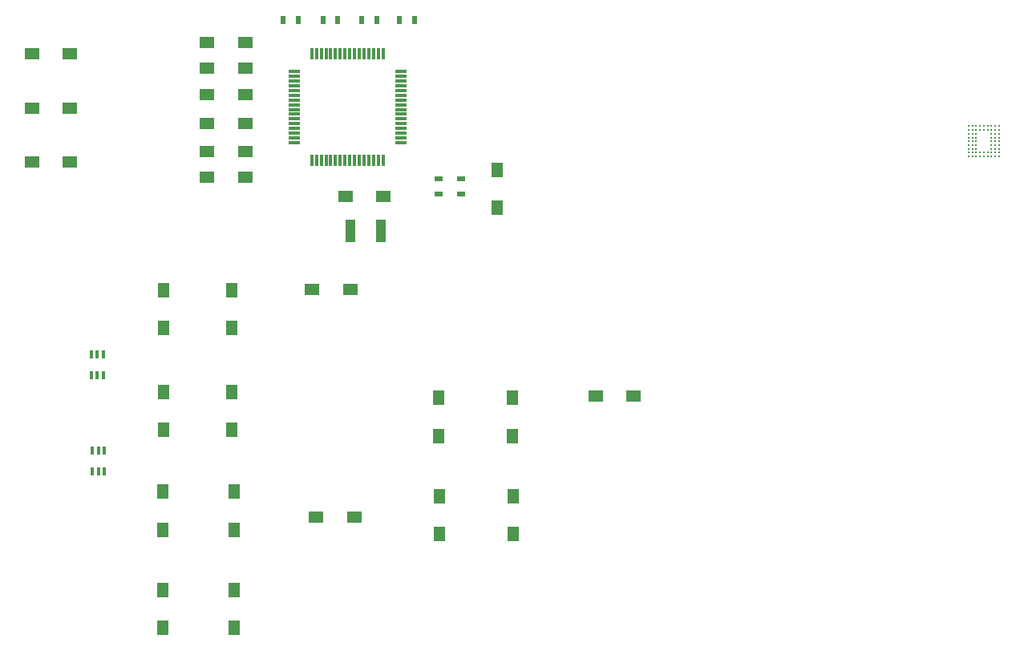
<source format=gtp>
G04*
G04 #@! TF.GenerationSoftware,Altium Limited,Altium Designer,18.0.12 (696)*
G04*
G04 Layer_Color=8421504*
%FSLAX23Y23*%
%MOIN*%
G70*
G01*
G75*
%ADD17C,0.008*%
%ADD18R,0.016X0.035*%
%ADD19R,0.050X0.012*%
%ADD20R,0.012X0.050*%
%ADD21R,0.043X0.098*%
%ADD22R,0.063X0.047*%
%ADD23R,0.047X0.063*%
%ADD24R,0.035X0.024*%
%ADD25R,0.024X0.035*%
D17*
X4201Y2402D02*
D03*
X4185D02*
D03*
X4169D02*
D03*
X4154D02*
D03*
X4138D02*
D03*
X4122D02*
D03*
X4106D02*
D03*
X4091D02*
D03*
X4075D02*
D03*
X4201Y2417D02*
D03*
X4185D02*
D03*
X4169D02*
D03*
X4154D02*
D03*
X4138D02*
D03*
X4122D02*
D03*
X4106D02*
D03*
X4091D02*
D03*
X4075D02*
D03*
X4201Y2433D02*
D03*
X4185D02*
D03*
X4169D02*
D03*
X4106D02*
D03*
X4091D02*
D03*
X4075D02*
D03*
X4201Y2449D02*
D03*
X4185D02*
D03*
X4169D02*
D03*
X4106D02*
D03*
X4091D02*
D03*
X4075D02*
D03*
X4201Y2465D02*
D03*
X4185D02*
D03*
X4169D02*
D03*
X4106D02*
D03*
X4091D02*
D03*
X4075D02*
D03*
X4201Y2480D02*
D03*
X4185D02*
D03*
X4169D02*
D03*
X4106D02*
D03*
X4091D02*
D03*
X4075D02*
D03*
X4201Y2496D02*
D03*
X4185D02*
D03*
X4169D02*
D03*
X4106D02*
D03*
X4091D02*
D03*
X4075D02*
D03*
X4201Y2512D02*
D03*
X4185D02*
D03*
X4169D02*
D03*
X4154D02*
D03*
X4138D02*
D03*
X4122D02*
D03*
X4106D02*
D03*
X4091D02*
D03*
X4075D02*
D03*
X4201Y2528D02*
D03*
X4185D02*
D03*
X4169D02*
D03*
X4154D02*
D03*
X4138D02*
D03*
X4122D02*
D03*
X4106D02*
D03*
X4091D02*
D03*
X4075D02*
D03*
D18*
X427Y1579D02*
D03*
X453Y1579D02*
D03*
X478Y1579D02*
D03*
X427Y1492D02*
D03*
X453Y1492D02*
D03*
X478Y1492D02*
D03*
X431Y1177D02*
D03*
X457Y1177D02*
D03*
X482Y1177D02*
D03*
X431Y1091D02*
D03*
X457Y1091D02*
D03*
X482Y1091D02*
D03*
D19*
X1270Y2754D02*
D03*
Y2734D02*
D03*
Y2715D02*
D03*
Y2695D02*
D03*
Y2675D02*
D03*
Y2656D02*
D03*
Y2636D02*
D03*
Y2616D02*
D03*
Y2596D02*
D03*
Y2577D02*
D03*
Y2557D02*
D03*
Y2537D02*
D03*
Y2518D02*
D03*
Y2498D02*
D03*
Y2478D02*
D03*
Y2459D02*
D03*
X1714D02*
D03*
Y2478D02*
D03*
Y2498D02*
D03*
Y2518D02*
D03*
Y2537D02*
D03*
Y2557D02*
D03*
Y2577D02*
D03*
Y2596D02*
D03*
Y2616D02*
D03*
Y2636D02*
D03*
Y2656D02*
D03*
Y2675D02*
D03*
Y2695D02*
D03*
Y2715D02*
D03*
Y2734D02*
D03*
Y2754D02*
D03*
D20*
X1344Y2385D02*
D03*
X1364D02*
D03*
X1384D02*
D03*
X1404D02*
D03*
X1423D02*
D03*
X1443D02*
D03*
X1463D02*
D03*
X1482D02*
D03*
X1502D02*
D03*
X1522D02*
D03*
X1541D02*
D03*
X1561D02*
D03*
X1581D02*
D03*
X1600D02*
D03*
X1620D02*
D03*
X1640D02*
D03*
Y2828D02*
D03*
X1620D02*
D03*
X1600D02*
D03*
X1581D02*
D03*
X1561D02*
D03*
X1541D02*
D03*
X1522D02*
D03*
X1502D02*
D03*
X1482D02*
D03*
X1463D02*
D03*
X1443D02*
D03*
X1423D02*
D03*
X1404D02*
D03*
X1384D02*
D03*
X1364D02*
D03*
X1344D02*
D03*
D21*
X1504Y2091D02*
D03*
X1630D02*
D03*
D22*
X2524Y1406D02*
D03*
X2681D02*
D03*
X1642Y2236D02*
D03*
X1484D02*
D03*
X909Y2421D02*
D03*
X1067D02*
D03*
X909Y2657D02*
D03*
X1067D02*
D03*
X909Y2768D02*
D03*
X1067D02*
D03*
X1504Y1850D02*
D03*
X1346D02*
D03*
X339Y2378D02*
D03*
X181D02*
D03*
X339Y2602D02*
D03*
X181D02*
D03*
X339Y2827D02*
D03*
X181D02*
D03*
X1067Y2315D02*
D03*
X909D02*
D03*
X1067Y2539D02*
D03*
X909D02*
D03*
X1067Y2874D02*
D03*
X909D02*
D03*
X1520Y902D02*
D03*
X1362D02*
D03*
D23*
X2177Y1398D02*
D03*
Y1240D02*
D03*
X2114Y2346D02*
D03*
Y2189D02*
D03*
X1012Y1689D02*
D03*
Y1846D02*
D03*
Y1264D02*
D03*
Y1421D02*
D03*
X1020Y441D02*
D03*
Y598D02*
D03*
Y850D02*
D03*
Y1008D02*
D03*
X728Y1689D02*
D03*
Y1846D02*
D03*
Y1264D02*
D03*
Y1421D02*
D03*
X724Y441D02*
D03*
Y598D02*
D03*
X1874Y831D02*
D03*
Y988D02*
D03*
X724Y850D02*
D03*
Y1008D02*
D03*
X1870Y1240D02*
D03*
Y1398D02*
D03*
X2181Y988D02*
D03*
Y831D02*
D03*
D24*
X1965Y2307D02*
D03*
Y2244D02*
D03*
X1870Y2307D02*
D03*
Y2244D02*
D03*
D25*
X1453Y2969D02*
D03*
X1390D02*
D03*
X1614D02*
D03*
X1551D02*
D03*
X1287D02*
D03*
X1224D02*
D03*
X1709D02*
D03*
X1772D02*
D03*
M02*

</source>
